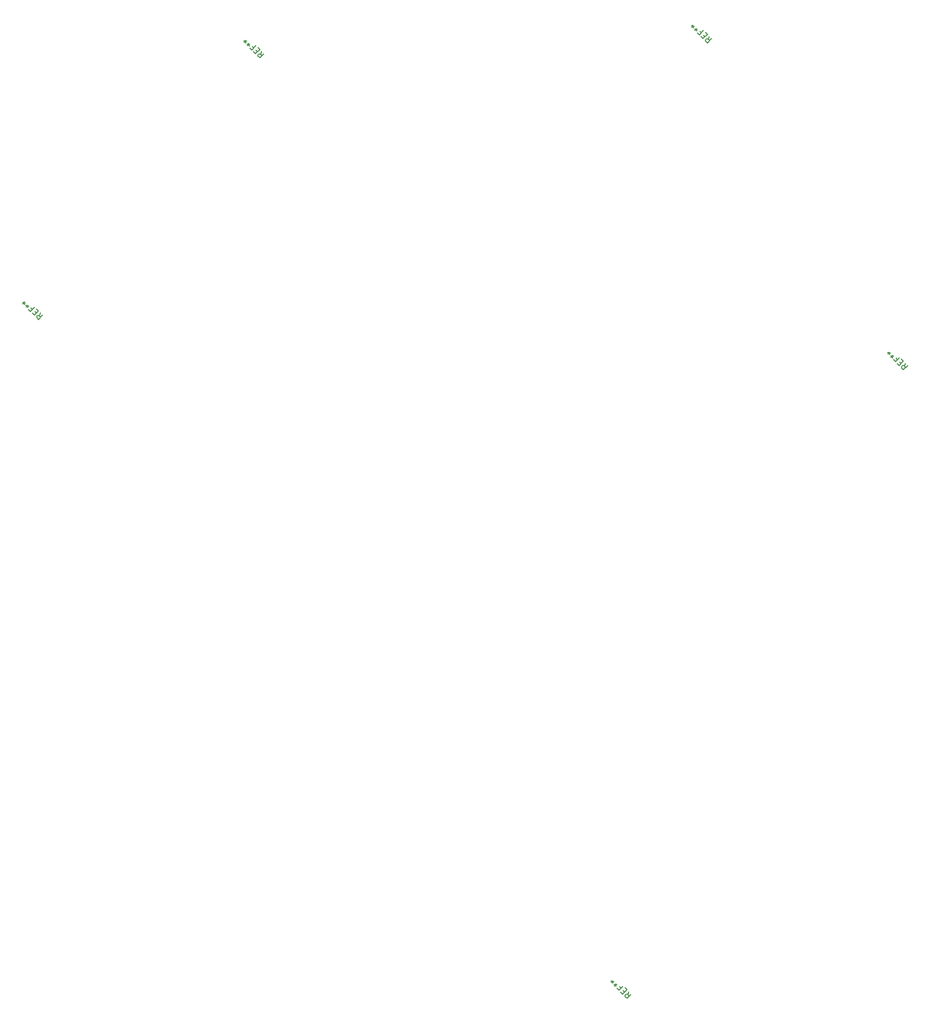
<source format=gbr>
%TF.GenerationSoftware,KiCad,Pcbnew,(6.0.1)*%
%TF.CreationDate,2022-02-09T22:29:10-05:00*%
%TF.ProjectId,herringbone_base_layer,68657272-696e-4676-926f-6e655f626173,rev?*%
%TF.SameCoordinates,Original*%
%TF.FileFunction,Legend,Top*%
%TF.FilePolarity,Positive*%
%FSLAX46Y46*%
G04 Gerber Fmt 4.6, Leading zero omitted, Abs format (unit mm)*
G04 Created by KiCad (PCBNEW (6.0.1)) date 2022-02-09 22:29:10*
%MOMM*%
%LPD*%
G01*
G04 APERTURE LIST*
%ADD10C,0.150000*%
G04 APERTURE END LIST*
D10*
%TO.C,REF\u002A\u002A*%
X180379785Y-15853835D02*
X180278770Y-16426255D01*
X180783846Y-16257896D02*
X180076739Y-16965003D01*
X179807365Y-16695629D01*
X179773694Y-16594613D01*
X179773694Y-16527270D01*
X179807365Y-16426255D01*
X179908381Y-16325239D01*
X180009396Y-16291568D01*
X180076739Y-16291568D01*
X180177755Y-16325239D01*
X180447129Y-16594613D01*
X179706350Y-15921178D02*
X179470648Y-15685476D01*
X179740022Y-15214072D02*
X180076739Y-15550789D01*
X179369633Y-16257896D01*
X179032915Y-15921178D01*
X178830885Y-15045713D02*
X179066587Y-15281415D01*
X179436976Y-14911026D02*
X178729869Y-15618133D01*
X178393152Y-15281415D01*
X178022763Y-14911026D02*
X178191121Y-14742667D01*
X178292137Y-14978369D02*
X178191121Y-14742667D01*
X177955419Y-14641652D01*
X178426824Y-14708995D02*
X178191121Y-14742667D01*
X178224793Y-14506965D01*
X177484015Y-14372278D02*
X177652373Y-14203919D01*
X177753389Y-14439621D02*
X177652373Y-14203919D01*
X177416671Y-14102904D01*
X177888076Y-14170247D02*
X177652373Y-14203919D01*
X177686045Y-13968217D01*
X213213846Y-70577270D02*
X213112831Y-71149690D01*
X213617907Y-70981331D02*
X212910800Y-71688438D01*
X212641426Y-71419064D01*
X212607755Y-71318048D01*
X212607755Y-71250705D01*
X212641426Y-71149690D01*
X212742442Y-71048674D01*
X212843457Y-71015003D01*
X212910800Y-71015003D01*
X213011816Y-71048674D01*
X213281190Y-71318048D01*
X212540411Y-70644613D02*
X212304709Y-70408911D01*
X212574083Y-69937507D02*
X212910800Y-70274224D01*
X212203694Y-70981331D01*
X211866976Y-70644613D01*
X211664946Y-69769148D02*
X211900648Y-70004850D01*
X212271037Y-69634461D02*
X211563930Y-70341568D01*
X211227213Y-70004850D01*
X210856824Y-69634461D02*
X211025182Y-69466102D01*
X211126198Y-69701804D02*
X211025182Y-69466102D01*
X210789480Y-69365087D01*
X211260885Y-69432430D02*
X211025182Y-69466102D01*
X211058854Y-69230400D01*
X210318076Y-69095713D02*
X210486434Y-68927354D01*
X210587450Y-69163056D02*
X210486434Y-68927354D01*
X210250732Y-68826339D01*
X210722137Y-68893682D02*
X210486434Y-68927354D01*
X210520106Y-68691652D01*
X68407217Y-62158280D02*
X68306202Y-62730700D01*
X68811278Y-62562341D02*
X68104171Y-63269448D01*
X67834797Y-63000074D01*
X67801126Y-62899058D01*
X67801126Y-62831715D01*
X67834797Y-62730700D01*
X67935813Y-62629684D01*
X68036828Y-62596013D01*
X68104171Y-62596013D01*
X68205187Y-62629684D01*
X68474561Y-62899058D01*
X67733782Y-62225623D02*
X67498080Y-61989921D01*
X67767454Y-61518517D02*
X68104171Y-61855234D01*
X67397065Y-62562341D01*
X67060347Y-62225623D01*
X66858317Y-61350158D02*
X67094019Y-61585860D01*
X67464408Y-61215471D02*
X66757301Y-61922578D01*
X66420584Y-61585860D01*
X66050195Y-61215471D02*
X66218553Y-61047112D01*
X66319569Y-61282814D02*
X66218553Y-61047112D01*
X65982851Y-60946097D01*
X66454256Y-61013440D02*
X66218553Y-61047112D01*
X66252225Y-60811410D01*
X65511447Y-60676723D02*
X65679805Y-60508364D01*
X65780821Y-60744066D02*
X65679805Y-60508364D01*
X65444103Y-60407349D01*
X65915508Y-60474692D02*
X65679805Y-60508364D01*
X65713477Y-60272662D01*
X166909400Y-175814646D02*
X166808385Y-176387066D01*
X167313461Y-176218707D02*
X166606354Y-176925814D01*
X166336980Y-176656440D01*
X166303309Y-176555424D01*
X166303309Y-176488081D01*
X166336980Y-176387066D01*
X166437996Y-176286050D01*
X166539011Y-176252379D01*
X166606354Y-176252379D01*
X166707370Y-176286050D01*
X166976744Y-176555424D01*
X166235965Y-175881989D02*
X166000263Y-175646287D01*
X166269637Y-175174883D02*
X166606354Y-175511600D01*
X165899248Y-176218707D01*
X165562530Y-175881989D01*
X165360500Y-175006524D02*
X165596202Y-175242226D01*
X165966591Y-174871837D02*
X165259484Y-175578944D01*
X164922767Y-175242226D01*
X164552378Y-174871837D02*
X164720736Y-174703478D01*
X164821752Y-174939180D02*
X164720736Y-174703478D01*
X164485034Y-174602463D01*
X164956439Y-174669806D02*
X164720736Y-174703478D01*
X164754408Y-174467776D01*
X164013630Y-174333089D02*
X164181988Y-174164730D01*
X164283004Y-174400432D02*
X164181988Y-174164730D01*
X163946286Y-174063715D01*
X164417691Y-174131058D02*
X164181988Y-174164730D01*
X164215660Y-173929028D01*
X105450773Y-18379532D02*
X105349758Y-18951952D01*
X105854834Y-18783593D02*
X105147727Y-19490700D01*
X104878353Y-19221326D01*
X104844682Y-19120310D01*
X104844682Y-19052967D01*
X104878353Y-18951952D01*
X104979369Y-18850936D01*
X105080384Y-18817265D01*
X105147727Y-18817265D01*
X105248743Y-18850936D01*
X105518117Y-19120310D01*
X104777338Y-18446875D02*
X104541636Y-18211173D01*
X104811010Y-17739769D02*
X105147727Y-18076486D01*
X104440621Y-18783593D01*
X104103903Y-18446875D01*
X103901873Y-17571410D02*
X104137575Y-17807112D01*
X104507964Y-17436723D02*
X103800857Y-18143830D01*
X103464140Y-17807112D01*
X103093751Y-17436723D02*
X103262109Y-17268364D01*
X103363125Y-17504066D02*
X103262109Y-17268364D01*
X103026407Y-17167349D01*
X103497812Y-17234692D02*
X103262109Y-17268364D01*
X103295781Y-17032662D01*
X102555003Y-16897975D02*
X102723361Y-16729616D01*
X102824377Y-16965318D02*
X102723361Y-16729616D01*
X102487659Y-16628601D01*
X102959064Y-16695944D02*
X102723361Y-16729616D01*
X102757033Y-16493914D01*
%TD*%
M02*

</source>
